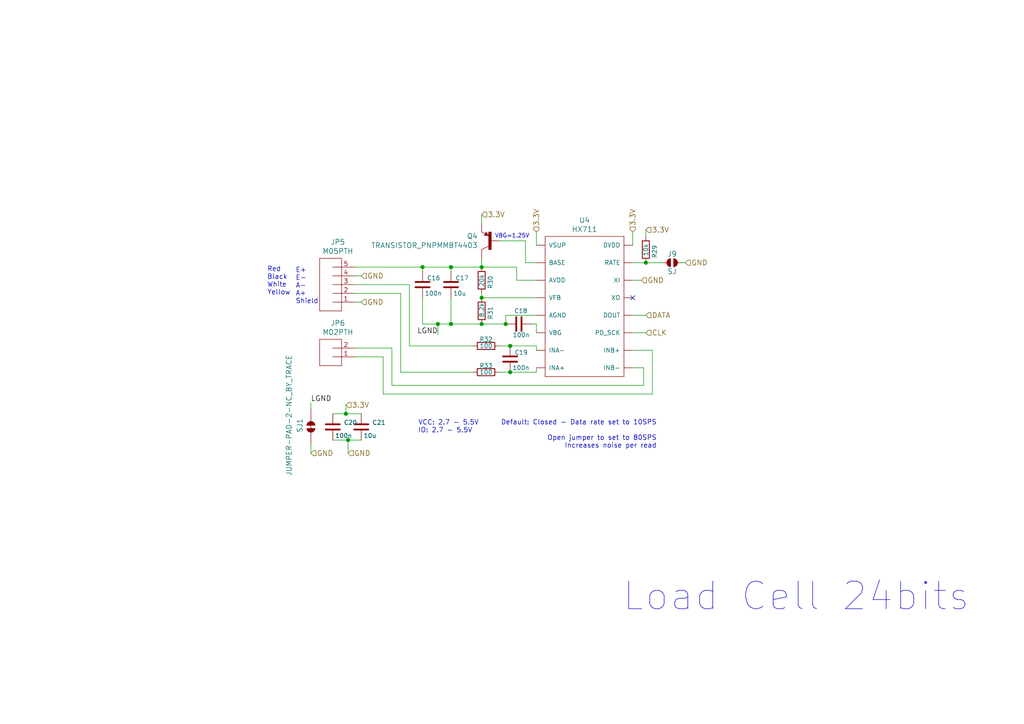
<source format=kicad_sch>
(kicad_sch (version 20200828) (generator eeschema)
  (page 3 5)
  (paper "A4")
  (lib_symbols
    (symbol "Bertha_main-eagle-import:HX711HX711" (pin_names (offset 1.016))
      (property "Reference" "U" (at -12.7 21.082 0))
      (property "Value" "HX711HX711" (at -12.7 -22.86 0))
      (symbol "HX711HX711_1_0"
        (polyline (pts (xy -12.7 -20.32) (xy -12.7 20.32)))
        (polyline (pts (xy -12.7 20.32) (xy 10.16 20.32)))
        (polyline (pts (xy 10.16 -20.32) (xy -12.7 -20.32)))
        (polyline (pts (xy 10.16 20.32) (xy 10.16 -20.32)))
        (pin bidirectional line (at -15.24 17.78 0) (length 2.54) (name "VSUP") (number "1"))
        (pin bidirectional line (at 12.7 -12.7 180) (length 2.54) (name "INB+") (number "10"))
        (pin bidirectional line (at 12.7 -7.62 180) (length 2.54) (name "PD_SCK") (number "11"))
        (pin bidirectional line (at 12.7 -2.54 180) (length 2.54) (name "DOUT") (number "12"))
        (pin bidirectional line (at 12.7 2.54 180) (length 2.54) (name "XO") (number "13"))
        (pin bidirectional line (at 12.7 7.62 180) (length 2.54) (name "XI") (number "14"))
        (pin bidirectional line (at 12.7 12.7 180) (length 2.54) (name "RATE") (number "15"))
        (pin bidirectional line (at 12.7 17.78 180) (length 2.54) (name "DVDD") (number "16"))
        (pin bidirectional line (at -15.24 12.7 0) (length 2.54) (name "BASE") (number "2"))
        (pin bidirectional line (at -15.24 7.62 0) (length 2.54) (name "AVDD") (number "3"))
        (pin bidirectional line (at -15.24 2.54 0) (length 2.54) (name "VFB") (number "4"))
        (pin bidirectional line (at -15.24 -2.54 0) (length 2.54) (name "AGND") (number "5"))
        (pin bidirectional line (at -15.24 -7.62 0) (length 2.54) (name "VBG") (number "6"))
        (pin bidirectional line (at -15.24 -12.7 0) (length 2.54) (name "INA-") (number "7"))
        (pin bidirectional line (at -15.24 -17.78 0) (length 2.54) (name "INA+") (number "8"))
        (pin bidirectional line (at 12.7 -17.78 180) (length 2.54) (name "INB-") (number "9"))
      )
    )
    (symbol "Bertha_main-eagle-import:JUMPER-PAD-2-NC_BY_TRACE" (pin_names (offset 1.016))
      (property "Reference" "SJ" (at -2.54 2.54 0))
      (property "Value" "JUMPER-PAD-2-NC_BY_TRACE" (at -2.54 -5.08 0))
      (symbol "JUMPER-PAD-2-NC_BY_TRACE_1_0"
        (arc (start -0.381 1.2446) (end -0.381 -1.2446) (radius (at -0.3556 0) (length 1.2446) (angles 91.2 -91.2)) (stroke (width 0.0254)) (fill (type outline)))
        (arc (start 1.651 0) (end 0.381 1.2446) (radius (at 0.3556 0) (length 1.2954) (angles 0 88.8)) (stroke (width 0.0254)) (fill (type outline)))
        (arc (start 0.381 -1.2192) (end 1.6256 0) (radius (at 0.3556 0) (length 1.2192) (angles -88.8 0)) (stroke (width 0.0254)) (fill (type outline)))
        (polyline (pts (xy -2.54 0) (xy -1.651 0)))
        (polyline (pts (xy -0.762 0) (xy 1.016 0)))
        (polyline (pts (xy 2.54 0) (xy 1.651 0)))
        (pin passive line (at -5.08 0 0) (length 2.54) (name "1") (number "1"))
        (pin passive line (at 5.08 0 180) (length 2.54) (name "2") (number "2"))
      )
    )
    (symbol "Bertha_main-eagle-import:M02PTH" (pin_names (offset 1.016))
      (property "Reference" "JP" (at -2.54 5.842 0))
      (property "Value" "M02PTH" (at -2.54 -5.08 0))
      (symbol "M02PTH_1_0"
        (polyline (pts (xy -2.54 5.08) (xy -2.54 -2.54)))
        (polyline (pts (xy -2.54 5.08) (xy 3.81 5.08)))
        (polyline (pts (xy 1.27 0) (xy 2.54 0)))
        (polyline (pts (xy 1.27 2.54) (xy 2.54 2.54)))
        (polyline (pts (xy 3.81 -2.54) (xy -2.54 -2.54)))
        (polyline (pts (xy 3.81 -2.54) (xy 3.81 5.08)))
        (pin passive line (at 7.62 0 180) (length 5.08) (name "1") (number "1"))
        (pin passive line (at 7.62 2.54 180) (length 5.08) (name "2") (number "2"))
      )
    )
    (symbol "Bertha_main-eagle-import:M05PTH" (pin_names (offset 1.016))
      (property "Reference" "JP" (at -2.54 8.382 0))
      (property "Value" "M05PTH" (at -2.54 -10.16 0))
      (symbol "M05PTH_1_0"
        (polyline (pts (xy -2.54 7.62) (xy -2.54 -7.62)))
        (polyline (pts (xy -2.54 7.62) (xy 3.81 7.62)))
        (polyline (pts (xy 1.27 -5.08) (xy 2.54 -5.08)))
        (polyline (pts (xy 1.27 -2.54) (xy 2.54 -2.54)))
        (polyline (pts (xy 1.27 0) (xy 2.54 0)))
        (polyline (pts (xy 1.27 2.54) (xy 2.54 2.54)))
        (polyline (pts (xy 1.27 5.08) (xy 2.54 5.08)))
        (polyline (pts (xy 3.81 -7.62) (xy -2.54 -7.62)))
        (polyline (pts (xy 3.81 -7.62) (xy 3.81 7.62)))
        (pin passive line (at 7.62 -5.08 180) (length 5.08) (name "1") (number "1"))
        (pin passive line (at 7.62 -2.54 180) (length 5.08) (name "2") (number "2"))
        (pin passive line (at 7.62 0 180) (length 5.08) (name "3") (number "3"))
        (pin passive line (at 7.62 2.54 180) (length 5.08) (name "4") (number "4"))
        (pin passive line (at 7.62 5.08 180) (length 5.08) (name "5") (number "5"))
      )
    )
    (symbol "Bertha_main-eagle-import:SJ" (pin_names (offset 1.016))
      (property "Reference" "J" (at -2.54 2.54 0))
      (property "Value" "SJ" (at -2.54 -3.81 0))
      (symbol "SJ_1_0"
        (arc (start -0.381 1.2446) (end -0.381 -1.2446) (radius (at -0.3556 0) (length 1.2446) (angles 91.2 -91.2)) (stroke (width 0.0254)) (fill (type outline)))
        (arc (start 0.381 -1.2446) (end 0.381 1.2446) (radius (at 0.3556 0) (length 1.2446) (angles -88.8 88.8)) (stroke (width 0.0254)) (fill (type outline)))
        (polyline (pts (xy -2.54 0) (xy -1.651 0)))
        (polyline (pts (xy 2.54 0) (xy 1.651 0)))
        (pin passive line (at -2.54 0 0) (length 0) (name "1") (number "1"))
        (pin passive line (at 2.54 0 180) (length 0) (name "2") (number "2"))
      )
    )
    (symbol "Bertha_main-eagle-import:TRANSISTOR_PNPMMBT4403" (pin_names (offset 1.016))
      (property "Reference" "Q" (at 5.08 0 0))
      (property "Value" "TRANSISTOR_PNPMMBT4403" (at 5.08 -2.54 0))
      (symbol "TRANSISTOR_PNPMMBT4403_1_0"
        (rectangle (start -0.254 -2.54) (end 0.508 2.54) (fill (type outline)))
        (polyline (pts (xy 0.508 -1.524) (xy 2.54 -2.54)))
        (polyline (pts (xy 0.508 1.524) (xy 1.27 2.54)))
        (polyline (pts (xy 0.8128 1.778) (xy 0.889 1.6256)))
        (polyline (pts (xy 0.9398 1.8796) (xy 1.0414 1.651)))
        (polyline (pts (xy 1.016 2.032) (xy 1.2192 1.6256)))
        (polyline (pts (xy 1.143 2.159) (xy 1.397 1.6256)))
        (polyline (pts (xy 1.2192 2.3114) (xy 1.5748 1.6256)))
        (polyline (pts (xy 1.27 2.54) (xy 1.778 1.524)))
        (polyline (pts (xy 1.778 1.524) (xy 0.508 1.524)))
        (polyline (pts (xy 2.54 2.54) (xy 0.508 1.524)))
        (pin passive line (at -2.54 0 0) (length 2.54) (name "B") (number "1"))
        (pin passive line (at 2.54 5.08 270) (length 2.54) (name "E") (number "2"))
        (pin passive line (at 2.54 -5.08 90) (length 2.54) (name "C") (number "3"))
      )
    )
    (symbol "Device:C" (pin_numbers hide) (pin_names (offset 0.254))
      (property "Reference" "C" (at 0.635 2.54 0))
      (property "Value" "C" (at 0.635 -2.54 0))
      (symbol "C_0_1"
        (polyline (pts (xy -2.032 -0.762) (xy 2.032 -0.762)) (stroke (width 0.508)))
        (polyline (pts (xy -2.032 0.762) (xy 2.032 0.762)) (stroke (width 0.508)))
      )
      (symbol "C_1_1"
        (pin passive line (at 0 3.81 270) (length 2.794) (name "~") (number "1"))
        (pin passive line (at 0 -3.81 90) (length 2.794) (name "~") (number "2"))
      )
    )
    (symbol "Device:R" (pin_numbers hide) (pin_names (offset 0))
      (property "Reference" "R" (at 2.032 0 90))
      (property "Value" "R" (at 0 0 90))
      (symbol "R_0_1"
        (rectangle (start -1.016 -2.54) (end 1.016 2.54) (stroke (width 0.254)))
      )
      (symbol "R_1_1"
        (pin passive line (at 0 3.81 270) (length 1.27) (name "~") (number "1"))
        (pin passive line (at 0 -3.81 90) (length 1.27) (name "~") (number "2"))
      )
    )
  )
  (junction (at 100.33 120.015) (diameter 1.016))
  (junction (at 100.965 127.635) (diameter 1.016))
  (junction (at 122.555 77.47) (diameter 1.016))
  (junction (at 127 93.98) (diameter 1.016))
  (junction (at 130.81 77.47) (diameter 1.016))
  (junction (at 130.81 93.98) (diameter 1.016))
  (junction (at 139.7 77.47) (diameter 1.016))
  (junction (at 139.7 86.36) (diameter 1.016))
  (junction (at 139.7 93.98) (diameter 1.016))
  (junction (at 146.685 93.98) (diameter 1.016))
  (junction (at 147.955 100.33) (diameter 1.016))
  (junction (at 147.955 107.95) (diameter 1.016))
  (junction (at 187.325 76.2) (diameter 1.016))
  (no_connect (at 183.515 86.36))
  (wire (pts (xy 90.17 116.84) (xy 90.17 118.745)))
  (wire (pts (xy 90.17 131.445) (xy 90.17 128.905)))
  (wire (pts (xy 96.52 120.015) (xy 100.33 120.015)))
  (wire (pts (xy 96.52 127.635) (xy 100.965 127.635)))
  (wire (pts (xy 100.33 117.475) (xy 100.33 120.015)))
  (wire (pts (xy 100.33 120.015) (xy 104.775 120.015)))
  (wire (pts (xy 100.965 127.635) (xy 104.775 127.635)))
  (wire (pts (xy 100.965 131.445) (xy 100.965 127.635)))
  (wire (pts (xy 102.87 80.01) (xy 104.775 80.01)))
  (wire (pts (xy 102.87 82.55) (xy 118.745 82.55)))
  (wire (pts (xy 102.87 85.09) (xy 116.205 85.09)))
  (wire (pts (xy 102.87 100.965) (xy 113.665 100.965)))
  (wire (pts (xy 102.87 103.505) (xy 111.125 103.505)))
  (wire (pts (xy 104.775 87.63) (xy 102.87 87.63)))
  (wire (pts (xy 111.125 103.505) (xy 111.125 114.3)))
  (wire (pts (xy 111.125 114.3) (xy 189.23 114.3)))
  (wire (pts (xy 113.665 100.965) (xy 113.665 111.76)))
  (wire (pts (xy 113.665 111.76) (xy 186.69 111.76)))
  (wire (pts (xy 116.205 85.09) (xy 116.205 107.95)))
  (wire (pts (xy 116.205 107.95) (xy 137.16 107.95)))
  (wire (pts (xy 118.745 82.55) (xy 118.745 100.33)))
  (wire (pts (xy 118.745 100.33) (xy 137.16 100.33)))
  (wire (pts (xy 122.555 77.47) (xy 102.87 77.47)))
  (wire (pts (xy 122.555 77.47) (xy 122.555 78.74)))
  (wire (pts (xy 122.555 86.36) (xy 122.555 93.98)))
  (wire (pts (xy 122.555 93.98) (xy 127 93.98)))
  (wire (pts (xy 127 93.98) (xy 127 97.155)))
  (wire (pts (xy 127 93.98) (xy 130.81 93.98)))
  (wire (pts (xy 130.81 77.47) (xy 122.555 77.47)))
  (wire (pts (xy 130.81 77.47) (xy 130.81 78.74)))
  (wire (pts (xy 130.81 86.36) (xy 130.81 93.98)))
  (wire (pts (xy 130.81 93.98) (xy 139.7 93.98)))
  (wire (pts (xy 139.7 62.23) (xy 139.7 64.77)))
  (wire (pts (xy 139.7 74.93) (xy 139.7 77.47)))
  (wire (pts (xy 139.7 77.47) (xy 130.81 77.47)))
  (wire (pts (xy 139.7 77.47) (xy 149.86 77.47)))
  (wire (pts (xy 139.7 85.09) (xy 139.7 86.36)))
  (wire (pts (xy 139.7 93.98) (xy 146.685 93.98)))
  (wire (pts (xy 144.78 69.85) (xy 152.4 69.85)))
  (wire (pts (xy 144.78 100.33) (xy 147.955 100.33)))
  (wire (pts (xy 144.78 107.95) (xy 147.955 107.95)))
  (wire (pts (xy 146.685 91.44) (xy 146.685 93.98)))
  (wire (pts (xy 147.955 100.33) (xy 155.575 100.33)))
  (wire (pts (xy 147.955 107.95) (xy 155.575 107.95)))
  (wire (pts (xy 149.86 77.47) (xy 149.86 81.28)))
  (wire (pts (xy 149.86 81.28) (xy 155.575 81.28)))
  (wire (pts (xy 152.4 69.85) (xy 152.4 76.2)))
  (wire (pts (xy 152.4 76.2) (xy 155.575 76.2)))
  (wire (pts (xy 154.305 93.98) (xy 155.575 93.98)))
  (wire (pts (xy 155.575 67.31) (xy 155.575 71.12)))
  (wire (pts (xy 155.575 86.36) (xy 139.7 86.36)))
  (wire (pts (xy 155.575 91.44) (xy 146.685 91.44)))
  (wire (pts (xy 155.575 93.98) (xy 155.575 96.52)))
  (wire (pts (xy 155.575 100.33) (xy 155.575 101.6)))
  (wire (pts (xy 155.575 107.95) (xy 155.575 106.68)))
  (wire (pts (xy 183.515 67.31) (xy 183.515 71.12)))
  (wire (pts (xy 183.515 96.52) (xy 187.325 96.52)))
  (wire (pts (xy 186.055 81.28) (xy 183.515 81.28)))
  (wire (pts (xy 186.69 106.68) (xy 183.515 106.68)))
  (wire (pts (xy 186.69 111.76) (xy 186.69 106.68)))
  (wire (pts (xy 187.325 66.675) (xy 187.325 68.58)))
  (wire (pts (xy 187.325 76.2) (xy 183.515 76.2)))
  (wire (pts (xy 187.325 76.2) (xy 192.405 76.2)))
  (wire (pts (xy 187.325 91.44) (xy 183.515 91.44)))
  (wire (pts (xy 189.23 101.6) (xy 183.515 101.6)))
  (wire (pts (xy 189.23 114.3) (xy 189.23 101.6)))
  (wire (pts (xy 197.485 76.2) (xy 198.755 76.2)))
  (text "Red\nBlack\nWhite\nYellow" (at 77.47 85.725 0) (effects (font (size 1.397 1.397)) (justify left bottom)))
  (text "E+\nE-\nA-\nA+\nShield" (at 85.725 88.265 0) (effects (font (size 1.397 1.397)) (justify left bottom)))
  (text "VCC: 2.7 - 5.5V\nIO: 2.7 - 5.5V\n" (at 121.285 125.73 0) (effects (font (size 1.397 1.397)) (justify left bottom)))
  (text "VBG=1.25V" (at 143.51 69.215 0) (effects (font (size 1.1938 1.1938)) (justify left bottom)))
  (text "Load Cell 24bits" (at 180.34 177.8 0) (effects (font (size 8.001 8.001)) (justify left bottom)))
  (text "Default: Closed - Data rate set to 10SPS\n\nOpen jumper to set to 80SPS\nIncreases noise per read" (at 190.5 130.175 0) (effects (font (size 1.397 1.397)) (justify right bottom)))
  (label "LGND" (at 90.17 116.84 0) (effects (font (size 1.4986 1.4986))))
  (label "LGND" (at 127 97.155 180) (effects (font (size 1.4986 1.4986))))
  (hierarchical_label "GND" (shape input) (at 90.17 131.445 0) (effects (font (size 1.4986 1.4986))))
  (hierarchical_label "3.3V" (shape input) (at 100.33 117.475 0) (effects (font (size 1.4986 1.4986))))
  (hierarchical_label "GND" (shape input) (at 100.965 131.445 0) (effects (font (size 1.4986 1.4986))))
  (hierarchical_label "GND" (shape input) (at 104.775 80.01 0) (effects (font (size 1.4986 1.4986))))
  (hierarchical_label "GND" (shape input) (at 104.775 87.63 0) (effects (font (size 1.4986 1.4986))))
  (hierarchical_label "3.3V" (shape input) (at 139.7 62.23 0) (effects (font (size 1.4986 1.4986))))
  (hierarchical_label "3.3V" (shape input) (at 155.575 67.31 90) (effects (font (size 1.4986 1.4986))))
  (hierarchical_label "3.3V" (shape input) (at 183.515 67.31 90) (effects (font (size 1.4986 1.4986))))
  (hierarchical_label "GND" (shape input) (at 186.055 81.28 0) (effects (font (size 1.4986 1.4986))))
  (hierarchical_label "3.3V" (shape input) (at 187.325 66.675 0) (effects (font (size 1.4986 1.4986))))
  (hierarchical_label "DATA" (shape input) (at 187.325 91.44 0) (effects (font (size 1.4986 1.4986))))
  (hierarchical_label "CLK" (shape input) (at 187.325 96.52 0) (effects (font (size 1.4986 1.4986))))
  (hierarchical_label "GND" (shape input) (at 198.755 76.2 0) (effects (font (size 1.4986 1.4986))))
  (symbol (lib_id "Bertha_main-eagle-import:SJ") (at 194.945 76.2 180) (unit 1)
    (property "Reference" "J9" (at 194.945 73.66 0) (effects (font (size 1.4986 1.4986))))
    (property "Value" "SJ" (at 194.945 78.74 0) (effects (font (size 1.4986 1.4986))))
    (property "Footprint" "Jumper:SolderJumper-2_P1.3mm_Open_Pad1.0x1.5mm" (effects hide))
  )
  (symbol (lib_id "Device:R") (at 139.7 81.28 0) (unit 1)
    (property "Reference" "R30" (at 142.24 83.82 90) (effects (justify left)))
    (property "Value" "20k" (at 139.7 83.185 90) (effects (justify left)))
    (property "Footprint" "Resistor_SMD:R_0805_2012Metric_Pad1.15x1.40mm_HandSolder" (effects hide))
    (property "Datasheet" "https://www.mouser.com/datasheet/2/219/RK73H-1825326.pdf" (effects hide))
    (property "Description" "Thick Film Resistors - SMD 1/4watts 20Kohms 1%" (effects hide))
    (property "MFN" "KOA Speer " (effects hide))
    (property "MFP" "RK73H2ATTD2002F" (effects hide))
    (property "S1PL" "https://www.mouser.com/ProductDetail/KOA-Speer/RK73H2ATTD2002F?qs=sGAEpiMZZMtlubZbdhIBIMXh9e%2F%2F%2F5dzn%2FVOqHcJlxA%3D" (effects hide))
    (property "S1PN" " 660-RK73H2ATTD2002F " (effects hide))
  )
  (symbol (lib_id "Device:R") (at 139.7 90.17 0) (unit 1)
    (property "Reference" "R31" (at 142.24 92.71 90) (effects (justify left)))
    (property "Value" "8.2k" (at 139.7 92.075 90) (effects (justify left)))
    (property "Footprint" "Resistor_SMD:R_0805_2012Metric_Pad1.15x1.40mm_HandSolder" (effects hide))
    (property "Datasheet" "https://www.mouser.com/datasheet/2/219/RK73H-1825326.pdf" (effects hide))
    (property "Description" "Thick Film Resistors - SMD 1/4W 8.2K OHM 1% " (effects hide))
    (property "MFN" "KOA Speer " (effects hide))
    (property "MFP" "RK73H2ATTD8201F" (effects hide))
    (property "S1PL" "https://www.mouser.com/ProductDetail/KOA-Speer/RK73H2ATTD8201F?qs=sGAEpiMZZMtlubZbdhIBIIqLs7HsJDS2YP1fNBux264%3D" (effects hide))
    (property "S1PN" " 660-RK73H2ATTD8201F " (effects hide))
  )
  (symbol (lib_id "Device:R") (at 140.97 100.33 270) (unit 1)
    (property "Reference" "R32" (at 140.97 98.425 90))
    (property "Value" "100" (at 140.97 100.33 90))
    (property "Footprint" "Resistor_SMD:R_0805_2012Metric_Pad1.15x1.40mm_HandSolder" (effects hide))
    (property "Datasheet" "https://www.mouser.com/datasheet/2/54/Bourns_CMP_Datasheet_05.28.20-1854233.pdf" (effects hide))
    (property "Description" "Thick Film Resistors - SMD 100 OHM 1% 1/2W TC100" (effects hide))
    (property "MFN" "Bourns " (effects hide))
    (property "MFP" "CMP0805-FX-1000ELF" (effects hide))
    (property "S1PL" "https://www.mouser.com/ProductDetail/Bourns/CMP0805-FX-1000ELF?qs=sGAEpiMZZMtlubZbdhIBIIPWN1VQSu3wb553eGoanZQ%3D" (effects hide))
    (property "S1PN" " 652-CMP0805-FX-1000L " (effects hide))
  )
  (symbol (lib_id "Device:R") (at 140.97 107.95 270) (unit 1)
    (property "Reference" "R33" (at 140.97 106.045 90))
    (property "Value" "100" (at 140.97 107.95 90))
    (property "Footprint" "Resistor_SMD:R_0805_2012Metric_Pad1.15x1.40mm_HandSolder" (effects hide))
    (property "Datasheet" "https://www.mouser.com/datasheet/2/54/Bourns_CMP_Datasheet_05.28.20-1854233.pdf" (effects hide))
    (property "Description" "Thick Film Resistors - SMD 100 OHM 1% 1/2W TC100" (effects hide))
    (property "MFN" "Bourns " (effects hide))
    (property "MFP" "CMP0805-FX-1000ELF" (effects hide))
    (property "S1PL" "https://www.mouser.com/ProductDetail/Bourns/CMP0805-FX-1000ELF?qs=sGAEpiMZZMtlubZbdhIBIIPWN1VQSu3wb553eGoanZQ%3D" (effects hide))
    (property "S1PN" " 652-CMP0805-FX-1000L " (effects hide))
  )
  (symbol (lib_id "Device:R") (at 187.325 72.39 0) (unit 1)
    (property "Reference" "R29" (at 189.865 74.93 90) (effects (justify left)))
    (property "Value" "10k" (at 187.325 74.295 90) (effects (justify left)))
    (property "Footprint" "Resistor_SMD:R_0805_2012Metric_Pad1.15x1.40mm_HandSolder" (effects hide))
    (property "Datasheet" "https://www.mouser.com/datasheet/2/219/RK73H-1825326.pdf" (effects hide))
    (property "Description" "Thick Film Resistors - SMD 1/4W 10K OHM 1%" (effects hide))
    (property "MFN" "KOA Speer " (effects hide))
    (property "MFP" "RK73H2ATTD1002F" (effects hide))
    (property "S1PL" "https://www.mouser.com/ProductDetail/KOA-Speer/RK73H2ATTD1002F?qs=sGAEpiMZZMtlubZbdhIBIADEshVnklemK%252BhrLNEuMe8%3D" (effects hide))
    (property "S1PN" " 660-RK73H2ATTD1002F " (effects hide))
  )
  (symbol (lib_id "Bertha_main-eagle-import:JUMPER-PAD-2-NC_BY_TRACE") (at 90.17 123.825 90) (unit 1)
    (property "Reference" "SJ1" (at 86.995 121.285 0) (effects (font (size 1.4986 1.4986)) (justify right)))
    (property "Value" "JUMPER-PAD-2-NC_BY_TRACE" (at 83.82 102.87 0) (effects (font (size 1.4986 1.4986)) (justify right)))
    (property "Footprint" "Jumper:SolderJumper-2_P1.3mm_Open_Pad1.0x1.5mm" (effects hide))
  )
  (symbol (lib_id "Device:C") (at 96.52 123.825 0) (unit 1)
    (property "Reference" "C20" (at 99.695 122.555 0) (effects (justify left)))
    (property "Value" "100n" (at 97.155 126.365 0) (effects (justify left)))
    (property "Footprint" "Capacitor_SMD:C_0805_2012Metric_Pad1.15x1.40mm_HandSolder" (effects hide))
    (property "Description" "Multilayer Ceramic Capacitors MLCC - SMD/SMT 50V .1uF X7R 0805 10%TOL" (effects hide))
    (property "MFN" "Samsung Electro-Mechanics " (effects hide))
    (property "MFP" "CL21A106KOQNNNG " (effects hide))
    (property "S1PL" "https://www.mouser.com/ProductDetail/Samsung-Electro-Mechanics/CL21A106KOQNNNG?qs=hqM3L16%252BxlcMWI7QbqH0LA%3D%3D" (effects hide))
    (property "S1PN" " 187-CL21A106KOQNNNG " (effects hide))
  )
  (symbol (lib_id "Device:C") (at 104.775 123.825 0) (unit 1)
    (property "Reference" "C21" (at 107.95 122.555 0) (effects (justify left)))
    (property "Value" "10u" (at 105.41 126.365 0) (effects (justify left)))
    (property "Footprint" "Capacitor_SMD:C_0805_2012Metric_Pad1.15x1.40mm_HandSolder" (effects hide))
    (property "Datasheet" "https://www.mouser.com/datasheet/2/585/MLCC-1837944.pdf" (effects hide))
    (property "MFN" "Samsung Electro-Mechanics " (effects hide))
    (property "MFP" "CL21A106KOQNNNG " (effects hide))
    (property "S1PL" "https://www.mouser.com/ProductDetail/Samsung-Electro-Mechanics/CL21A106KOQNNNG?qs=hqM3L16%252BxlcMWI7QbqH0LA%3D%3D" (effects hide))
    (property "S1PN" " 187-CL21A106KOQNNNG " (effects hide))
    (property "Description" "Multilayer Ceramic Capacitors MLCC - SMD/SMT 16V 10uF X5R 0805 10%" (effects hide))
  )
  (symbol (lib_id "Device:C") (at 122.555 82.55 0) (unit 1)
    (property "Reference" "C16" (at 123.825 80.645 0) (effects (justify left)))
    (property "Value" "100n" (at 123.19 85.09 0) (effects (justify left)))
    (property "Footprint" "Capacitor_SMD:C_0805_2012Metric_Pad1.15x1.40mm_HandSolder" (effects hide))
    (property "Description" "Multilayer Ceramic Capacitors MLCC - SMD/SMT 50V .1uF X7R 0805 10%TOL" (effects hide))
    (property "MFN" "Samsung Electro-Mechanics " (effects hide))
    (property "MFP" "CL21A106KOQNNNG " (effects hide))
    (property "S1PL" "https://www.mouser.com/ProductDetail/Samsung-Electro-Mechanics/CL21A106KOQNNNG?qs=hqM3L16%252BxlcMWI7QbqH0LA%3D%3D" (effects hide))
    (property "S1PN" " 187-CL21A106KOQNNNG " (effects hide))
  )
  (symbol (lib_id "Device:C") (at 130.81 82.55 0) (unit 1)
    (property "Reference" "C17" (at 132.08 80.645 0) (effects (justify left)))
    (property "Value" "10u" (at 131.445 85.09 0) (effects (justify left)))
    (property "Footprint" "Capacitor_SMD:C_0805_2012Metric_Pad1.15x1.40mm_HandSolder" (effects hide))
    (property "Datasheet" "https://www.mouser.com/datasheet/2/585/MLCC-1837944.pdf" (effects hide))
    (property "MFN" "Samsung Electro-Mechanics " (effects hide))
    (property "MFP" "CL21A106KOQNNNG " (effects hide))
    (property "S1PL" "https://www.mouser.com/ProductDetail/Samsung-Electro-Mechanics/CL21A106KOQNNNG?qs=hqM3L16%252BxlcMWI7QbqH0LA%3D%3D" (effects hide))
    (property "S1PN" " 187-CL21A106KOQNNNG " (effects hide))
    (property "Description" "Multilayer Ceramic Capacitors MLCC - SMD/SMT 16V 10uF X5R 0805 10%" (effects hide))
  )
  (symbol (lib_id "Device:C") (at 147.955 104.14 0) (unit 1)
    (property "Reference" "C19" (at 149.225 102.235 0) (effects (justify left)))
    (property "Value" "100n" (at 148.59 106.68 0) (effects (justify left)))
    (property "Footprint" "Capacitor_SMD:C_0805_2012Metric_Pad1.15x1.40mm_HandSolder" (effects hide))
    (property "Description" "Multilayer Ceramic Capacitors MLCC - SMD/SMT 50V .1uF X7R 0805 10%TOL" (effects hide))
    (property "MFN" "Samsung Electro-Mechanics " (effects hide))
    (property "MFP" "CL21A106KOQNNNG " (effects hide))
    (property "S1PL" "https://www.mouser.com/ProductDetail/Samsung-Electro-Mechanics/CL21A106KOQNNNG?qs=hqM3L16%252BxlcMWI7QbqH0LA%3D%3D" (effects hide))
    (property "S1PN" " 187-CL21A106KOQNNNG " (effects hide))
  )
  (symbol (lib_id "Device:C") (at 150.495 93.98 90) (unit 1)
    (property "Reference" "C18" (at 153.035 90.17 90) (effects (justify left)))
    (property "Value" "100n" (at 153.67 97.155 90) (effects (justify left)))
    (property "Footprint" "Capacitor_SMD:C_0805_2012Metric_Pad1.15x1.40mm_HandSolder" (effects hide))
    (property "Description" "Multilayer Ceramic Capacitors MLCC - SMD/SMT 50V .1uF X7R 0805 10%TOL" (effects hide))
    (property "MFN" "Samsung Electro-Mechanics " (effects hide))
    (property "MFP" "CL21A106KOQNNNG " (effects hide))
    (property "S1PL" "https://www.mouser.com/ProductDetail/Samsung-Electro-Mechanics/CL21A106KOQNNNG?qs=hqM3L16%252BxlcMWI7QbqH0LA%3D%3D" (effects hide))
    (property "S1PN" " 187-CL21A106KOQNNNG " (effects hide))
  )
  (symbol (lib_id "Bertha_main-eagle-import:TRANSISTOR_PNPMMBT4403") (at 142.24 69.85 0) (mirror y) (unit 1)
    (property "Reference" "Q4" (at 138.6078 68.5038 0) (effects (font (size 1.4986 1.4986)) (justify left)))
    (property "Value" "TRANSISTOR_PNPMMBT4403" (at 138.6078 71.1708 0) (effects (font (size 1.4986 1.4986)) (justify left)))
    (property "Footprint" "Package_TO_SOT_SMD:SOT-23_Handsoldering" (effects hide))
    (property "Datasheet" "https://www.mouser.com/datasheet/2/308/MMBT4403WT1-D-1811904.pdf" (effects hide))
    (property "Description" "Bipolar Transistors - BJT 600mA 40V PNP" (effects hide))
    (property "MFN" "ON Semiconductor " (effects hide))
    (property "MFP" "MMBT4403WT1G " (effects hide))
    (property "S1PL" "https://www.mouser.com/ProductDetail/ON-Semiconductor/MMBT4403WT1G?qs=HVbQlW5zcXXliRimP8G%2FVA%3D%3D" (effects hide))
    (property "S1PN" " 863-MMBT4403WT1G " (effects hide))
  )
  (symbol (lib_id "Bertha_main-eagle-import:M02PTH") (at 95.25 103.505 0) (unit 1)
    (property "Reference" "JP6" (at 97.9932 93.7006 0) (effects (font (size 1.4986 1.4986))))
    (property "Value" "M02PTH" (at 97.9932 96.3676 0) (effects (font (size 1.4986 1.4986))))
    (property "Footprint" "Connector_PinHeader_2.54mm:PinHeader_1x02_P2.54mm_Vertical" (effects hide))
    (property "Datasheet" "https://www.mouser.com/datasheet/2/276/0022284020_PCB_HEADERS-228358.pdf" (effects hide))
    (property "MFN" "Molex " (effects hide))
    (property "MFP" "22-28-4020" (effects hide))
    (property "S1PL" "https://www.mouser.com/ProductDetail/Molex/22-28-4020?qs=d9fIA1aNikTifpx8PDmVSA%3D%3D" (effects hide))
    (property "S1PN" " 538-22-28-4020 " (effects hide))
  )
  (symbol (lib_id "Bertha_main-eagle-import:M05PTH") (at 95.25 82.55 0) (unit 1)
    (property "Reference" "JP5" (at 97.9932 70.2056 0) (effects (font (size 1.4986 1.4986))))
    (property "Value" "M05PTH" (at 97.9932 72.8726 0) (effects (font (size 1.4986 1.4986))))
    (property "Footprint" "Connector_PinHeader_2.54mm:PinHeader_1x05_P2.54mm_Vertical" (effects hide))
    (property "Datasheet" "https://www.mouser.com/datasheet/2/276/0022284053_PCB_HEADERS-228163.pdf" (effects hide))
    (property "MFN" "Molex " (effects hide))
    (property "MFP" "22-28-4053" (effects hide))
    (property "S1PL" "https://www.mouser.com/ProductDetail/Molex/22-28-4053?qs=d9fIA1aNikRgHwv0ZIzelw%3D%3D" (effects hide))
    (property "S1PN" " 538-22-28-4053 " (effects hide))
  )
  (symbol (lib_id "Bertha_main-eagle-import:HX711HX711") (at 170.815 88.9 0) (unit 1)
    (property "Reference" "U4" (at 169.545 63.8556 0) (effects (font (size 1.4986 1.4986))))
    (property "Value" "HX711" (at 169.545 66.5226 0) (effects (font (size 1.4986 1.4986))))
    (property "Footprint" "Package_SO:STC_SOP-16_3.9x9.9mm_P1.27mm" (effects hide))
  )
)
</source>
